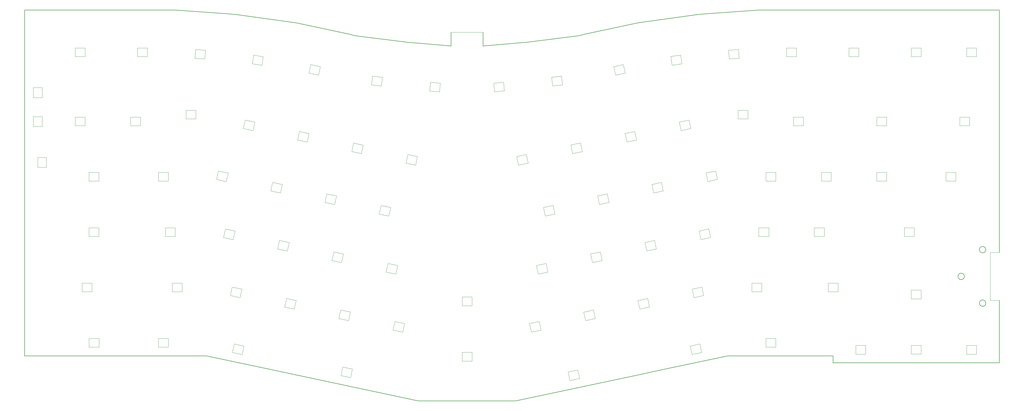
<source format=gbr>
%TF.GenerationSoftware,KiCad,Pcbnew,7.0.10*%
%TF.CreationDate,2024-01-30T23:36:57+01:00*%
%TF.ProjectId,middle,6d696464-6c65-42e6-9b69-6361645f7063,rev?*%
%TF.SameCoordinates,Original*%
%TF.FileFunction,Profile,NP*%
%FSLAX46Y46*%
G04 Gerber Fmt 4.6, Leading zero omitted, Abs format (unit mm)*
G04 Created by KiCad (PCBNEW 7.0.10) date 2024-01-30 23:36:57*
%MOMM*%
%LPD*%
G01*
G04 APERTURE LIST*
%TA.AperFunction,Profile*%
%ADD10C,0.200000*%
%TD*%
%TA.AperFunction,Profile*%
%ADD11C,0.050000*%
%TD*%
%TA.AperFunction,Profile*%
%ADD12C,0.120000*%
%TD*%
G04 APERTURE END LIST*
D10*
X274767384Y-133023528D02*
X275267384Y-133023528D01*
X213314991Y-123220069D02*
X215137378Y-123359057D01*
X386982251Y-240907303D02*
X384061141Y-240907303D01*
X202007535Y-240907303D02*
X178195035Y-240907303D01*
X396507251Y-121844803D02*
X415557251Y-121844803D01*
X354987802Y-126010305D02*
X373852409Y-123359057D01*
D11*
X474319751Y-221772928D02*
X477469751Y-221772928D01*
D10*
X173432535Y-121844803D02*
X192482535Y-121844803D01*
X234001984Y-126010305D02*
X235811455Y-126241200D01*
X458419751Y-121844803D02*
X477469751Y-121844803D01*
X410794751Y-240907303D02*
X386982251Y-240907303D01*
X204928645Y-240907303D02*
X226549421Y-245502941D01*
X288994893Y-129479169D02*
X288994893Y-134224530D01*
X142476285Y-240907303D02*
X154382535Y-240907303D01*
X334544620Y-130201917D02*
X353178332Y-126241200D01*
X353178332Y-126241200D02*
X354987802Y-126010305D01*
D11*
X474319751Y-221772928D02*
X474319751Y-205272928D01*
D10*
X353123509Y-247483300D02*
X362440365Y-245502941D01*
X142476285Y-221857303D02*
X142476285Y-240907303D01*
X439369751Y-243288553D02*
X420319751Y-243288553D01*
X472819753Y-204322929D02*
G75*
G03*
X470619751Y-204322929I-1100001J0D01*
G01*
X470619751Y-204322929D02*
G75*
G03*
X472819753Y-204322929I1100001J0D01*
G01*
X275267384Y-133023528D02*
X288994893Y-134224530D01*
X254445166Y-130201917D02*
X255859380Y-130701917D01*
X472819752Y-222722926D02*
G75*
G03*
X470619750Y-222722926I-1100001J0D01*
G01*
X470619750Y-222722926D02*
G75*
G03*
X472819752Y-222722926I1100001J0D01*
G01*
X277792128Y-256394914D02*
X226549421Y-245502941D01*
X333130406Y-130701917D02*
X334544620Y-130201917D01*
X235811455Y-126241200D02*
X254445166Y-130201917D01*
X477469751Y-121844803D02*
X477469751Y-140894803D01*
X314222402Y-133023528D02*
X333130406Y-130701917D01*
X194311396Y-121891208D02*
X213314991Y-123220069D01*
X477469751Y-221772928D02*
X477469751Y-243288553D01*
X394678390Y-121891208D02*
X396507251Y-121844803D01*
X255859380Y-130701917D02*
X274767384Y-133023528D01*
X477469751Y-205272928D02*
X477469751Y-140894803D01*
X477469751Y-243288553D02*
X458419751Y-243288553D01*
D11*
X288994893Y-129479169D02*
X299994893Y-129479169D01*
D10*
X171051285Y-121844803D02*
X173432535Y-121844803D01*
D11*
X474319751Y-205272928D02*
X477469751Y-205272928D01*
D10*
X439369751Y-121844803D02*
X458419751Y-121844803D01*
X465469751Y-213522928D02*
G75*
G03*
X463269751Y-213522928I-1100000J0D01*
G01*
X463269751Y-213522928D02*
G75*
G03*
X465469751Y-213522928I1100000J0D01*
G01*
X202007535Y-240907303D02*
X204928645Y-240907303D01*
X417938501Y-121844803D02*
X436988501Y-121844803D01*
X142476285Y-121844803D02*
X142476285Y-202807303D01*
X299994893Y-134224530D02*
X313722402Y-133023528D01*
X420319751Y-240907303D02*
X420319751Y-243288553D01*
X192482535Y-121844803D02*
X194311396Y-121891208D01*
X142476285Y-221857303D02*
X142476285Y-202807303D01*
X353123509Y-247483300D02*
X311197658Y-256394914D01*
X458419751Y-243288553D02*
X439369751Y-243288553D01*
X313722402Y-133023528D02*
X314222402Y-133023528D01*
X436988501Y-121844803D02*
X439369751Y-121844803D01*
X373852409Y-123359057D02*
X375674795Y-123220069D01*
X375674795Y-123220069D02*
X394678390Y-121891208D01*
X277792128Y-256394914D02*
X311197658Y-256394914D01*
X152001285Y-121844803D02*
X142476285Y-121844803D01*
X410794751Y-240907303D02*
X420319751Y-240907303D01*
X362440365Y-245502941D02*
X384061141Y-240907303D01*
X152001285Y-121844803D02*
X171051285Y-121844803D01*
X415557251Y-121844803D02*
X417938501Y-121844803D01*
X299994893Y-129479169D02*
X299994893Y-134224530D01*
X178195035Y-240907303D02*
X154382535Y-240907303D01*
X215137378Y-123359057D02*
X234001984Y-126010305D01*
D12*
%TO.C,RGBF7*%
X428145000Y-237265000D02*
X431545000Y-237265000D01*
X428145000Y-240265000D02*
X428145000Y-237265000D01*
X431545000Y-237265000D02*
X431545000Y-240265000D01*
X431545000Y-240265000D02*
X428145000Y-240265000D01*
%TO.C,RGBE8*%
X334600282Y-225791228D02*
X337925983Y-225084329D01*
X335224017Y-228725671D02*
X334600282Y-225791228D01*
X337925983Y-225084329D02*
X338549718Y-228018772D01*
X338549718Y-228018772D02*
X335224017Y-228725671D01*
%TO.C,RGBA3*%
X221075971Y-137344448D02*
X224442882Y-137817636D01*
X220658452Y-140315252D02*
X221075971Y-137344448D01*
X224442882Y-137817636D02*
X224025363Y-140788440D01*
X224025363Y-140788440D02*
X220658452Y-140315252D01*
%TO.C,RGBC6*%
X320731939Y-189785014D02*
X324057640Y-189078115D01*
X321355674Y-192719457D02*
X320731939Y-189785014D01*
X324057640Y-189078115D02*
X324681375Y-192012558D01*
X324681375Y-192012558D02*
X321355674Y-192719457D01*
%TO.C,RGBF1*%
X188405000Y-234875000D02*
X191805000Y-234875000D01*
X188405000Y-237875000D02*
X188405000Y-234875000D01*
X191805000Y-234875000D02*
X191805000Y-237875000D01*
X191805000Y-237875000D02*
X188405000Y-237875000D01*
%TO.C,RGBD11*%
X394805000Y-196785000D02*
X398205000Y-196785000D01*
X394805000Y-199785000D02*
X394805000Y-196785000D01*
X398205000Y-196785000D02*
X398205000Y-199785000D01*
X398205000Y-199785000D02*
X394805000Y-199785000D01*
%TO.C,RGBA10*%
X364552785Y-137816192D02*
X367919696Y-137343004D01*
X364970304Y-140786996D02*
X364552785Y-137816192D01*
X367919696Y-137343004D02*
X368337215Y-140313808D01*
X368337215Y-140313808D02*
X364970304Y-140786996D01*
%TO.C,RGBF3*%
X251763807Y-244697765D02*
X255089508Y-245404664D01*
X251140072Y-247632208D02*
X251763807Y-244697765D01*
X255089508Y-245404664D02*
X254465773Y-248339107D01*
X254465773Y-248339107D02*
X251140072Y-247632208D01*
%TO.C,RGBA5*%
X262030476Y-144579003D02*
X265405132Y-144993359D01*
X261664868Y-147556641D02*
X262030476Y-144579003D01*
X265405132Y-144993359D02*
X265039524Y-147970997D01*
X265039524Y-147970997D02*
X261664868Y-147556641D01*
%TO.C,RGBF10*%
X447195000Y-134865000D02*
X450595000Y-134865000D01*
X447195000Y-137865000D02*
X447195000Y-134865000D01*
X450595000Y-134865000D02*
X450595000Y-137865000D01*
X450595000Y-137865000D02*
X447195000Y-137865000D01*
%TO.C,RGBA11*%
X384394506Y-135667240D02*
X387786224Y-135430068D01*
X384603776Y-138659932D02*
X384394506Y-135667240D01*
X387786224Y-135430068D02*
X387995494Y-138422760D01*
X387995494Y-138422760D02*
X384603776Y-138659932D01*
%TO.C,RGBB8*%
X330171939Y-168295014D02*
X333497640Y-167588115D01*
X330795674Y-171229457D02*
X330171939Y-168295014D01*
X333497640Y-167588115D02*
X334121375Y-170522558D01*
X334121375Y-170522558D02*
X330795674Y-171229457D01*
%TO.C,RGBA9*%
X344911939Y-141315013D02*
X348237640Y-140608114D01*
X345535674Y-144249456D02*
X344911939Y-141315013D01*
X348237640Y-140608114D02*
X348861375Y-143542557D01*
X348861375Y-143542557D02*
X345535674Y-144249456D01*
%TO.C,RGBB13*%
X435295000Y-158675000D02*
X438695000Y-158675000D01*
X435295000Y-161675000D02*
X435295000Y-158675000D01*
X438695000Y-158675000D02*
X438695000Y-161675000D01*
X438695000Y-161675000D02*
X435295000Y-161675000D01*
%TO.C,RGBB10*%
X367441939Y-160375014D02*
X370767640Y-159668115D01*
X368065674Y-163309457D02*
X367441939Y-160375014D01*
X370767640Y-159668115D02*
X371391375Y-162602558D01*
X371391375Y-162602558D02*
X368065674Y-163309457D01*
%TO.C,RGBC1*%
X188405000Y-177735000D02*
X191805000Y-177735000D01*
X188405000Y-180735000D02*
X188405000Y-177735000D01*
X191805000Y-177735000D02*
X191805000Y-180735000D01*
X191805000Y-180735000D02*
X188405000Y-180735000D01*
%TO.C,RGBD12*%
X413855000Y-196765000D02*
X417255000Y-196765000D01*
X413855000Y-199765000D02*
X413855000Y-196765000D01*
X417255000Y-196765000D02*
X417255000Y-199765000D01*
X417255000Y-199765000D02*
X413855000Y-199765000D01*
%TO.C,RGBB1*%
X178875000Y-158665000D02*
X182275000Y-158665000D01*
X178875000Y-161665000D02*
X178875000Y-158665000D01*
X182275000Y-158665000D02*
X182275000Y-161665000D01*
X182275000Y-161665000D02*
X178875000Y-161665000D01*
%TO.C,RGBB0*%
X159825000Y-158685000D02*
X163225000Y-158685000D01*
X159825000Y-161685000D02*
X159825000Y-158685000D01*
X163225000Y-158685000D02*
X163225000Y-161685000D01*
X163225000Y-161685000D02*
X159825000Y-161685000D01*
%TO.C,RGBD4*%
X248683807Y-205087765D02*
X252009508Y-205794664D01*
X248060072Y-208022208D02*
X248683807Y-205087765D01*
X252009508Y-205794664D02*
X251385773Y-208729107D01*
X251385773Y-208729107D02*
X248060072Y-208022208D01*
%TO.C,RGBE5*%
X269693807Y-229047765D02*
X273019508Y-229754664D01*
X269070072Y-231982208D02*
X269693807Y-229047765D01*
X273019508Y-229754664D02*
X272395773Y-232689107D01*
X272395773Y-232689107D02*
X269070072Y-231982208D01*
%TO.C,RGBF6*%
X397195000Y-234885000D02*
X400595000Y-234885000D01*
X397195000Y-237885000D02*
X397195000Y-234885000D01*
X400595000Y-234885000D02*
X400595000Y-237885000D01*
X400595000Y-237885000D02*
X397195000Y-237885000D01*
%TO.C,RGBD7*%
X318351939Y-209765014D02*
X321677640Y-209058115D01*
X318975674Y-212699457D02*
X318351939Y-209765014D01*
X321677640Y-209058115D02*
X322301375Y-211992558D01*
X322301375Y-211992558D02*
X318975674Y-212699457D01*
%TO.C,RGBB6*%
X274124017Y-171554329D02*
X277449718Y-172261228D01*
X273500282Y-174488772D02*
X274124017Y-171554329D01*
X277449718Y-172261228D02*
X276825983Y-175195671D01*
X276825983Y-175195671D02*
X273500282Y-174488772D01*
%TO.C,RGBF11*%
X466245000Y-134875000D02*
X469645000Y-134875000D01*
X466245000Y-137875000D02*
X466245000Y-134875000D01*
X469645000Y-134875000D02*
X469645000Y-137875000D01*
X469645000Y-137875000D02*
X466245000Y-137875000D01*
%TO.C,RGBF8*%
X447195000Y-237255000D02*
X450595000Y-237255000D01*
X447195000Y-240255000D02*
X447195000Y-237255000D01*
X450595000Y-237255000D02*
X450595000Y-240255000D01*
X450595000Y-240255000D02*
X447195000Y-240255000D01*
%TO.C,RGBE3*%
X232424017Y-221114329D02*
X235749718Y-221821228D01*
X231800282Y-224048772D02*
X232424017Y-221114329D01*
X235749718Y-221821228D02*
X235125983Y-224755671D01*
X235125983Y-224755671D02*
X231800282Y-224048772D01*
%TO.C,RGBD1*%
X190785000Y-196785000D02*
X194185000Y-196785000D01*
X190785000Y-199785000D02*
X190785000Y-196785000D01*
X194185000Y-196785000D02*
X194185000Y-199785000D01*
X194185000Y-199785000D02*
X190785000Y-199785000D01*
%TO.C,RGBF5*%
X371171939Y-237485014D02*
X374497640Y-236778115D01*
X371795674Y-240419457D02*
X371171939Y-237485014D01*
X374497640Y-236778115D02*
X375121375Y-239712558D01*
X375121375Y-239712558D02*
X371795674Y-240419457D01*
%TO.C,RGBB11*%
X387665000Y-156305000D02*
X391065000Y-156305000D01*
X387665000Y-159305000D02*
X387665000Y-156305000D01*
X391065000Y-156305000D02*
X391065000Y-159305000D01*
X391065000Y-159305000D02*
X387665000Y-159305000D01*
%TO.C,RGBE11*%
X392425000Y-215835000D02*
X395825000Y-215835000D01*
X392425000Y-218835000D02*
X392425000Y-215835000D01*
X395825000Y-215835000D02*
X395825000Y-218835000D01*
X395825000Y-218835000D02*
X392425000Y-218835000D01*
%TO.C,RGBB7*%
X311541939Y-172265014D02*
X314867640Y-171558115D01*
X312165674Y-175199457D02*
X311541939Y-172265014D01*
X314867640Y-171558115D02*
X315491375Y-174492558D01*
X315491375Y-174492558D02*
X312165674Y-175199457D01*
%TO.C,RGBE12*%
X418625000Y-215835000D02*
X422025000Y-215835000D01*
X418625000Y-218835000D02*
X418625000Y-215835000D01*
X422025000Y-215835000D02*
X422025000Y-218835000D01*
X422025000Y-218835000D02*
X418625000Y-218835000D01*
%TO.C,RGBA13*%
X425765000Y-134865000D02*
X429165000Y-134865000D01*
X425765000Y-137865000D02*
X425765000Y-134865000D01*
X429165000Y-134865000D02*
X429165000Y-137865000D01*
X429165000Y-137865000D02*
X425765000Y-137865000D01*
%TO.C,RGBB9*%
X348810282Y-164341228D02*
X352135983Y-163634329D01*
X349434017Y-167275671D02*
X348810282Y-164341228D01*
X352135983Y-163634329D02*
X352759718Y-166568772D01*
X352759718Y-166568772D02*
X349434017Y-167275671D01*
%TO.C,RGBE13*%
X447195000Y-218215000D02*
X450595000Y-218215000D01*
X447195000Y-221215000D02*
X447195000Y-218215000D01*
X450595000Y-218215000D02*
X450595000Y-221215000D01*
X450595000Y-221215000D02*
X447195000Y-221215000D01*
%TO.C,RGBC10*%
X397185000Y-177725000D02*
X400585000Y-177725000D01*
X397185000Y-180725000D02*
X397185000Y-177725000D01*
X400585000Y-177725000D02*
X400585000Y-180725000D01*
X400585000Y-180725000D02*
X397185000Y-180725000D01*
%TO.C,RGBF4*%
X329241939Y-246395014D02*
X332567640Y-245688115D01*
X329865674Y-249329457D02*
X329241939Y-246395014D01*
X332567640Y-245688115D02*
X333191375Y-248622558D01*
X333191375Y-248622558D02*
X329865674Y-249329457D01*
%TO.C,RGBD9*%
X355611939Y-201835014D02*
X358937640Y-201128115D01*
X356235674Y-204769457D02*
X355611939Y-201835014D01*
X358937640Y-201128115D02*
X359561375Y-204062558D01*
X359561375Y-204062558D02*
X356235674Y-204769457D01*
%TO.C,RGBC0*%
X164585000Y-177735000D02*
X167985000Y-177735000D01*
X164585000Y-180735000D02*
X164585000Y-177735000D01*
X167985000Y-177735000D02*
X167985000Y-180735000D01*
X167985000Y-180735000D02*
X164585000Y-180735000D01*
%TO.C,RGBC11*%
X416245000Y-177735000D02*
X419645000Y-177735000D01*
X416245000Y-180735000D02*
X416245000Y-177735000D01*
X419645000Y-177735000D02*
X419645000Y-180735000D01*
X419645000Y-180735000D02*
X416245000Y-180735000D01*
%TO.C,RGBA8*%
X323574868Y-144993359D02*
X326949524Y-144579003D01*
X323940476Y-147970997D02*
X323574868Y-144993359D01*
X326949524Y-144579003D02*
X327315132Y-147556641D01*
X327315132Y-147556641D02*
X323940476Y-147970997D01*
%TO.C,RGBI0*%
X149940000Y-172532303D02*
X149940000Y-175932303D01*
X146940000Y-172532303D02*
X149940000Y-172532303D01*
X149940000Y-175932303D02*
X146940000Y-175932303D01*
X146940000Y-175932303D02*
X146940000Y-172532303D01*
%TO.C,RGBI2*%
X148440000Y-148560000D02*
X148440000Y-151960000D01*
X145440000Y-148560000D02*
X148440000Y-148560000D01*
X148440000Y-151960000D02*
X145440000Y-151960000D01*
X145440000Y-151960000D02*
X145440000Y-148560000D01*
%TO.C,RGBA1*%
X181255000Y-134865000D02*
X184655000Y-134865000D01*
X181255000Y-137865000D02*
X181255000Y-134865000D01*
X184655000Y-134865000D02*
X184655000Y-137865000D01*
X184655000Y-137865000D02*
X181255000Y-137865000D01*
%TO.C,RGBC13*%
X459105000Y-177725000D02*
X462505000Y-177725000D01*
X459105000Y-180725000D02*
X459105000Y-177725000D01*
X462505000Y-177725000D02*
X462505000Y-180725000D01*
X462505000Y-180725000D02*
X459105000Y-180725000D01*
%TO.C,RGBD10*%
X374251939Y-197875014D02*
X377577640Y-197168115D01*
X374875674Y-200809457D02*
X374251939Y-197875014D01*
X377577640Y-197168115D02*
X378201375Y-200102558D01*
X378201375Y-200102558D02*
X374875674Y-200809457D01*
%TO.C,RGBF12*%
X463865000Y-158685000D02*
X467265000Y-158685000D01*
X463865000Y-161685000D02*
X463865000Y-158685000D01*
X467265000Y-158685000D02*
X467265000Y-161685000D01*
X467265000Y-161685000D02*
X463865000Y-161685000D01*
%TO.C,RGBA7*%
X303675805Y-146978265D02*
X307062867Y-146681935D01*
X303937273Y-149966849D02*
X303675805Y-146978265D01*
X307062867Y-146681935D02*
X307324335Y-149670519D01*
X307324335Y-149670519D02*
X303937273Y-149966849D01*
%TO.C,RGBE9*%
X353230282Y-221821228D02*
X356555983Y-221114329D01*
X353854017Y-224755671D02*
X353230282Y-221821228D01*
X356555983Y-221114329D02*
X357179718Y-224048772D01*
X357179718Y-224048772D02*
X353854017Y-224755671D01*
%TO.C,RGBE1*%
X193175000Y-215835000D02*
X196575000Y-215835000D01*
X193175000Y-218835000D02*
X193175000Y-215835000D01*
X196575000Y-215835000D02*
X196575000Y-218835000D01*
X196575000Y-218835000D02*
X193175000Y-218835000D01*
%TO.C,RGBC2*%
X209034017Y-177194329D02*
X212359718Y-177901228D01*
X208410282Y-180128772D02*
X209034017Y-177194329D01*
X212359718Y-177901228D02*
X211735983Y-180835671D01*
X211735983Y-180835671D02*
X208410282Y-180128772D01*
%TO.C,RGBC5*%
X264934017Y-189074329D02*
X268259718Y-189781228D01*
X264310282Y-192008772D02*
X264934017Y-189074329D01*
X268259718Y-189781228D02*
X267635983Y-192715671D01*
X267635983Y-192715671D02*
X264310282Y-192008772D01*
%TO.C,RGBD8*%
X336980282Y-205801228D02*
X340305983Y-205094329D01*
X337604017Y-208735671D02*
X336980282Y-205801228D01*
X340305983Y-205094329D02*
X340929718Y-208028772D01*
X340929718Y-208028772D02*
X337604017Y-208735671D01*
%TO.C,RGBB3*%
X218224017Y-159664329D02*
X221549718Y-160371228D01*
X217600282Y-162598772D02*
X218224017Y-159664329D01*
X221549718Y-160371228D02*
X220925983Y-163305671D01*
X220925983Y-163305671D02*
X217600282Y-162598772D01*
%TO.C,RGBF0*%
X164595000Y-234865000D02*
X167995000Y-234865000D01*
X164595000Y-237865000D02*
X164595000Y-234865000D01*
X167995000Y-234865000D02*
X167995000Y-237865000D01*
X167995000Y-237865000D02*
X164595000Y-237865000D01*
%TO.C,RGBA0*%
X159815000Y-134865000D02*
X163215000Y-134865000D01*
X159815000Y-137865000D02*
X159815000Y-134865000D01*
X163215000Y-134865000D02*
X163215000Y-137865000D01*
X163215000Y-137865000D02*
X159815000Y-137865000D01*
%TO.C,RGBE0*%
X162205000Y-215835000D02*
X165605000Y-215835000D01*
X162205000Y-218835000D02*
X162205000Y-215835000D01*
X165605000Y-215835000D02*
X165605000Y-218835000D01*
X165605000Y-218835000D02*
X162205000Y-218835000D01*
%TO.C,RGBC3*%
X227663807Y-181157765D02*
X230989508Y-181864664D01*
X227040072Y-184092208D02*
X227663807Y-181157765D01*
X230989508Y-181864664D02*
X230365773Y-184799107D01*
X230365773Y-184799107D02*
X227040072Y-184092208D01*
%TO.C,RGBE4*%
X251064017Y-225074329D02*
X254389718Y-225781228D01*
X250440282Y-228008772D02*
X251064017Y-225074329D01*
X254389718Y-225781228D02*
X253765983Y-228715671D01*
X253765983Y-228715671D02*
X250440282Y-228008772D01*
%TO.C,RGBC12*%
X435295000Y-177735000D02*
X438695000Y-177735000D01*
X435295000Y-180735000D02*
X435295000Y-177735000D01*
X438695000Y-177735000D02*
X438695000Y-180735000D01*
X438695000Y-180735000D02*
X435295000Y-180735000D01*
%TO.C,RGBF9*%
X466245000Y-237265000D02*
X469645000Y-237265000D01*
X466245000Y-240265000D02*
X466245000Y-237265000D01*
X469645000Y-237265000D02*
X469645000Y-240265000D01*
X469645000Y-240265000D02*
X466245000Y-240265000D01*
%TO.C,RGBD0*%
X164585000Y-196785000D02*
X167985000Y-196785000D01*
X164585000Y-199785000D02*
X164585000Y-196785000D01*
X167985000Y-196785000D02*
X167985000Y-199785000D01*
X167985000Y-199785000D02*
X164585000Y-199785000D01*
%TO.C,RGBC7*%
X339360282Y-185821228D02*
X342685983Y-185114329D01*
X339984017Y-188755671D02*
X339360282Y-185821228D01*
X342685983Y-185114329D02*
X343309718Y-188048772D01*
X343309718Y-188048772D02*
X339984017Y-188755671D01*
%TO.C,RGBE10*%
X371870282Y-217861228D02*
X375195983Y-217154329D01*
X372494017Y-220795671D02*
X371870282Y-217861228D01*
X375195983Y-217154329D02*
X375819718Y-220088772D01*
X375819718Y-220088772D02*
X372494017Y-220795671D01*
%TO.C,RGBA12*%
X404325000Y-134865000D02*
X407725000Y-134865000D01*
X404325000Y-137865000D02*
X404325000Y-134865000D01*
X407725000Y-134865000D02*
X407725000Y-137865000D01*
X407725000Y-137865000D02*
X404325000Y-137865000D01*
%TO.C,RGBC9*%
X376630282Y-177901228D02*
X379955983Y-177194329D01*
X377254017Y-180835671D02*
X376630282Y-177901228D01*
X379955983Y-177194329D02*
X380579718Y-180128772D01*
X380579718Y-180128772D02*
X377254017Y-180835671D01*
%TO.C,RGBA2*%
X201194135Y-135420254D02*
X204585853Y-135657426D01*
X200984865Y-138412946D02*
X201194135Y-135420254D01*
X204585853Y-135657426D02*
X204376583Y-138650118D01*
X204376583Y-138650118D02*
X200984865Y-138412946D01*
%TO.C,RGBB4*%
X236863807Y-163637765D02*
X240189508Y-164344664D01*
X236240072Y-166572208D02*
X236863807Y-163637765D01*
X240189508Y-164344664D02*
X239565773Y-167279107D01*
X239565773Y-167279107D02*
X236240072Y-166572208D01*
%TO.C,RGBC8*%
X358001939Y-181855014D02*
X361327640Y-181148115D01*
X358625674Y-184789457D02*
X358001939Y-181855014D01*
X361327640Y-181148115D02*
X361951375Y-184082558D01*
X361951375Y-184082558D02*
X358625674Y-184789457D01*
%TO.C,RGBB5*%
X255493807Y-167597765D02*
X258819508Y-168304664D01*
X254870072Y-170532208D02*
X255493807Y-167597765D01*
X258819508Y-168304664D02*
X258195773Y-171239107D01*
X258195773Y-171239107D02*
X254870072Y-170532208D01*
%TO.C,RGBB2*%
X197925000Y-156295000D02*
X201325000Y-156295000D01*
X197925000Y-159295000D02*
X197925000Y-156295000D01*
X201325000Y-156295000D02*
X201325000Y-159295000D01*
X201325000Y-159295000D02*
X197925000Y-159295000D01*
%TO.C,RGBF2*%
X214493807Y-236777765D02*
X217819508Y-237484664D01*
X213870072Y-239712208D02*
X214493807Y-236777765D01*
X217819508Y-237484664D02*
X217195773Y-240419107D01*
X217195773Y-240419107D02*
X213870072Y-239712208D01*
%TO.C,RGBE7*%
X315970282Y-229741228D02*
X319295983Y-229034329D01*
X316594017Y-232675671D02*
X315970282Y-229741228D01*
X319295983Y-229034329D02*
X319919718Y-231968772D01*
X319919718Y-231968772D02*
X316594017Y-232675671D01*
%TO.C,RGBD5*%
X267313807Y-209057765D02*
X270639508Y-209764664D01*
X266690072Y-211992208D02*
X267313807Y-209057765D01*
X270639508Y-209764664D02*
X270015773Y-212699107D01*
X270015773Y-212699107D02*
X266690072Y-211992208D01*
%TO.C,RGBB12*%
X406725000Y-158685000D02*
X410125000Y-158685000D01*
X406725000Y-161685000D02*
X406725000Y-158685000D01*
X410125000Y-158685000D02*
X410125000Y-161685000D01*
X410125000Y-161685000D02*
X406725000Y-161685000D01*
%TO.C,RGBA6*%
X281932203Y-146682543D02*
X285319265Y-146978873D01*
X281670735Y-149671127D02*
X281932203Y-146682543D01*
X285319265Y-146978873D02*
X285057797Y-149967457D01*
X285057797Y-149967457D02*
X281670735Y-149671127D01*
%TO.C,RGBD13*%
X444815000Y-196775000D02*
X448215000Y-196775000D01*
X444815000Y-199775000D02*
X444815000Y-196775000D01*
X448215000Y-196775000D02*
X448215000Y-199775000D01*
X448215000Y-199775000D02*
X444815000Y-199775000D01*
%TO.C,RGBD2*%
X211423807Y-197177765D02*
X214749508Y-197884664D01*
X210800072Y-200112208D02*
X211423807Y-197177765D01*
X214749508Y-197884664D02*
X214125773Y-200819107D01*
X214125773Y-200819107D02*
X210800072Y-200112208D01*
%TO.C,RGBE6*%
X292790000Y-239635000D02*
X296190000Y-239635000D01*
X292790000Y-242635000D02*
X292790000Y-239635000D01*
X296190000Y-239635000D02*
X296190000Y-242635000D01*
X296190000Y-242635000D02*
X292790000Y-242635000D01*
%TO.C,RGBD6*%
X292795000Y-220595000D02*
X296195000Y-220595000D01*
X292795000Y-223595000D02*
X292795000Y-220595000D01*
X296195000Y-220595000D02*
X296195000Y-223595000D01*
X296195000Y-223595000D02*
X292795000Y-223595000D01*
%TO.C,RGBI1*%
X148440000Y-158540000D02*
X148440000Y-161940000D01*
X145440000Y-158540000D02*
X148440000Y-158540000D01*
X148440000Y-161940000D02*
X145440000Y-161940000D01*
X145440000Y-161940000D02*
X145440000Y-158540000D01*
%TO.C,RGBA4*%
X240764017Y-140604329D02*
X244089718Y-141311228D01*
X240140282Y-143538772D02*
X240764017Y-140604329D01*
X244089718Y-141311228D02*
X243465983Y-144245671D01*
X243465983Y-144245671D02*
X240140282Y-143538772D01*
%TO.C,RGBD3*%
X230043807Y-201127765D02*
X233369508Y-201834664D01*
X229420072Y-204062208D02*
X230043807Y-201127765D01*
X233369508Y-201834664D02*
X232745773Y-204769107D01*
X232745773Y-204769107D02*
X229420072Y-204062208D01*
%TO.C,RGBE2*%
X213794017Y-217154329D02*
X217119718Y-217861228D01*
X213170282Y-220088772D02*
X213794017Y-217154329D01*
X217119718Y-217861228D02*
X216495983Y-220795671D01*
X216495983Y-220795671D02*
X213170282Y-220088772D01*
%TO.C,RGBC4*%
X246304017Y-185114329D02*
X249629718Y-185821228D01*
X245680282Y-188048772D02*
X246304017Y-185114329D01*
X249629718Y-185821228D02*
X249005983Y-188755671D01*
X249005983Y-188755671D02*
X245680282Y-188048772D01*
%TD*%
M02*

</source>
